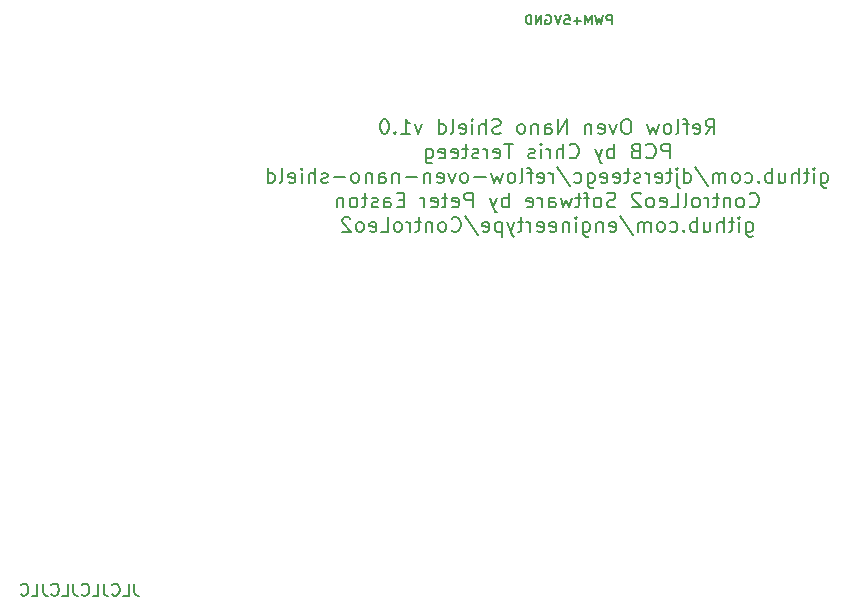
<source format=gbr>
%TF.GenerationSoftware,KiCad,Pcbnew,(5.1.9)-1*%
%TF.CreationDate,2022-04-17T16:33:26-05:00*%
%TF.ProjectId,reflow-oven-nano-shield,7265666c-6f77-42d6-9f76-656e2d6e616e,rev?*%
%TF.SameCoordinates,Original*%
%TF.FileFunction,Legend,Bot*%
%TF.FilePolarity,Positive*%
%FSLAX46Y46*%
G04 Gerber Fmt 4.6, Leading zero omitted, Abs format (unit mm)*
G04 Created by KiCad (PCBNEW (5.1.9)-1) date 2022-04-17 16:33:26*
%MOMM*%
%LPD*%
G01*
G04 APERTURE LIST*
%ADD10C,0.150000*%
%ADD11C,0.200000*%
G04 APERTURE END LIST*
D10*
X117649047Y-95210380D02*
X117649047Y-95924666D01*
X117696666Y-96067523D01*
X117791904Y-96162761D01*
X117934761Y-96210380D01*
X118030000Y-96210380D01*
X116696666Y-96210380D02*
X117172857Y-96210380D01*
X117172857Y-95210380D01*
X115791904Y-96115142D02*
X115839523Y-96162761D01*
X115982380Y-96210380D01*
X116077619Y-96210380D01*
X116220476Y-96162761D01*
X116315714Y-96067523D01*
X116363333Y-95972285D01*
X116410952Y-95781809D01*
X116410952Y-95638952D01*
X116363333Y-95448476D01*
X116315714Y-95353238D01*
X116220476Y-95258000D01*
X116077619Y-95210380D01*
X115982380Y-95210380D01*
X115839523Y-95258000D01*
X115791904Y-95305619D01*
X115077619Y-95210380D02*
X115077619Y-95924666D01*
X115125238Y-96067523D01*
X115220476Y-96162761D01*
X115363333Y-96210380D01*
X115458571Y-96210380D01*
X114125238Y-96210380D02*
X114601428Y-96210380D01*
X114601428Y-95210380D01*
X113220476Y-96115142D02*
X113268095Y-96162761D01*
X113410952Y-96210380D01*
X113506190Y-96210380D01*
X113649047Y-96162761D01*
X113744285Y-96067523D01*
X113791904Y-95972285D01*
X113839523Y-95781809D01*
X113839523Y-95638952D01*
X113791904Y-95448476D01*
X113744285Y-95353238D01*
X113649047Y-95258000D01*
X113506190Y-95210380D01*
X113410952Y-95210380D01*
X113268095Y-95258000D01*
X113220476Y-95305619D01*
X112506190Y-95210380D02*
X112506190Y-95924666D01*
X112553809Y-96067523D01*
X112649047Y-96162761D01*
X112791904Y-96210380D01*
X112887142Y-96210380D01*
X111553809Y-96210380D02*
X112030000Y-96210380D01*
X112030000Y-95210380D01*
X110649047Y-96115142D02*
X110696666Y-96162761D01*
X110839523Y-96210380D01*
X110934761Y-96210380D01*
X111077619Y-96162761D01*
X111172857Y-96067523D01*
X111220476Y-95972285D01*
X111268095Y-95781809D01*
X111268095Y-95638952D01*
X111220476Y-95448476D01*
X111172857Y-95353238D01*
X111077619Y-95258000D01*
X110934761Y-95210380D01*
X110839523Y-95210380D01*
X110696666Y-95258000D01*
X110649047Y-95305619D01*
X109934761Y-95210380D02*
X109934761Y-95924666D01*
X109982380Y-96067523D01*
X110077619Y-96162761D01*
X110220476Y-96210380D01*
X110315714Y-96210380D01*
X108982380Y-96210380D02*
X109458571Y-96210380D01*
X109458571Y-95210380D01*
X108077619Y-96115142D02*
X108125238Y-96162761D01*
X108268095Y-96210380D01*
X108363333Y-96210380D01*
X108506190Y-96162761D01*
X108601428Y-96067523D01*
X108649047Y-95972285D01*
X108696666Y-95781809D01*
X108696666Y-95638952D01*
X108649047Y-95448476D01*
X108601428Y-95353238D01*
X108506190Y-95258000D01*
X108363333Y-95210380D01*
X108268095Y-95210380D01*
X108125238Y-95258000D01*
X108077619Y-95305619D01*
D11*
X166046857Y-57121476D02*
X166463523Y-56526238D01*
X166761142Y-57121476D02*
X166761142Y-55871476D01*
X166284952Y-55871476D01*
X166165904Y-55931000D01*
X166106380Y-55990523D01*
X166046857Y-56109571D01*
X166046857Y-56288142D01*
X166106380Y-56407190D01*
X166165904Y-56466714D01*
X166284952Y-56526238D01*
X166761142Y-56526238D01*
X165034952Y-57061952D02*
X165154000Y-57121476D01*
X165392095Y-57121476D01*
X165511142Y-57061952D01*
X165570666Y-56942904D01*
X165570666Y-56466714D01*
X165511142Y-56347666D01*
X165392095Y-56288142D01*
X165154000Y-56288142D01*
X165034952Y-56347666D01*
X164975428Y-56466714D01*
X164975428Y-56585761D01*
X165570666Y-56704809D01*
X164618285Y-56288142D02*
X164142095Y-56288142D01*
X164439714Y-57121476D02*
X164439714Y-56050047D01*
X164380190Y-55931000D01*
X164261142Y-55871476D01*
X164142095Y-55871476D01*
X163546857Y-57121476D02*
X163665904Y-57061952D01*
X163725428Y-56942904D01*
X163725428Y-55871476D01*
X162892095Y-57121476D02*
X163011142Y-57061952D01*
X163070666Y-57002428D01*
X163130190Y-56883380D01*
X163130190Y-56526238D01*
X163070666Y-56407190D01*
X163011142Y-56347666D01*
X162892095Y-56288142D01*
X162713523Y-56288142D01*
X162594476Y-56347666D01*
X162534952Y-56407190D01*
X162475428Y-56526238D01*
X162475428Y-56883380D01*
X162534952Y-57002428D01*
X162594476Y-57061952D01*
X162713523Y-57121476D01*
X162892095Y-57121476D01*
X162058761Y-56288142D02*
X161820666Y-57121476D01*
X161582571Y-56526238D01*
X161344476Y-57121476D01*
X161106380Y-56288142D01*
X159439714Y-55871476D02*
X159201619Y-55871476D01*
X159082571Y-55931000D01*
X158963523Y-56050047D01*
X158904000Y-56288142D01*
X158904000Y-56704809D01*
X158963523Y-56942904D01*
X159082571Y-57061952D01*
X159201619Y-57121476D01*
X159439714Y-57121476D01*
X159558761Y-57061952D01*
X159677809Y-56942904D01*
X159737333Y-56704809D01*
X159737333Y-56288142D01*
X159677809Y-56050047D01*
X159558761Y-55931000D01*
X159439714Y-55871476D01*
X158487333Y-56288142D02*
X158189714Y-57121476D01*
X157892095Y-56288142D01*
X156939714Y-57061952D02*
X157058761Y-57121476D01*
X157296857Y-57121476D01*
X157415904Y-57061952D01*
X157475428Y-56942904D01*
X157475428Y-56466714D01*
X157415904Y-56347666D01*
X157296857Y-56288142D01*
X157058761Y-56288142D01*
X156939714Y-56347666D01*
X156880190Y-56466714D01*
X156880190Y-56585761D01*
X157475428Y-56704809D01*
X156344476Y-56288142D02*
X156344476Y-57121476D01*
X156344476Y-56407190D02*
X156284952Y-56347666D01*
X156165904Y-56288142D01*
X155987333Y-56288142D01*
X155868285Y-56347666D01*
X155808761Y-56466714D01*
X155808761Y-57121476D01*
X154261142Y-57121476D02*
X154261142Y-55871476D01*
X153546857Y-57121476D01*
X153546857Y-55871476D01*
X152415904Y-57121476D02*
X152415904Y-56466714D01*
X152475428Y-56347666D01*
X152594476Y-56288142D01*
X152832571Y-56288142D01*
X152951619Y-56347666D01*
X152415904Y-57061952D02*
X152534952Y-57121476D01*
X152832571Y-57121476D01*
X152951619Y-57061952D01*
X153011142Y-56942904D01*
X153011142Y-56823857D01*
X152951619Y-56704809D01*
X152832571Y-56645285D01*
X152534952Y-56645285D01*
X152415904Y-56585761D01*
X151820666Y-56288142D02*
X151820666Y-57121476D01*
X151820666Y-56407190D02*
X151761142Y-56347666D01*
X151642095Y-56288142D01*
X151463523Y-56288142D01*
X151344476Y-56347666D01*
X151284952Y-56466714D01*
X151284952Y-57121476D01*
X150511142Y-57121476D02*
X150630190Y-57061952D01*
X150689714Y-57002428D01*
X150749238Y-56883380D01*
X150749238Y-56526238D01*
X150689714Y-56407190D01*
X150630190Y-56347666D01*
X150511142Y-56288142D01*
X150332571Y-56288142D01*
X150213523Y-56347666D01*
X150154000Y-56407190D01*
X150094476Y-56526238D01*
X150094476Y-56883380D01*
X150154000Y-57002428D01*
X150213523Y-57061952D01*
X150332571Y-57121476D01*
X150511142Y-57121476D01*
X148665904Y-57061952D02*
X148487333Y-57121476D01*
X148189714Y-57121476D01*
X148070666Y-57061952D01*
X148011142Y-57002428D01*
X147951619Y-56883380D01*
X147951619Y-56764333D01*
X148011142Y-56645285D01*
X148070666Y-56585761D01*
X148189714Y-56526238D01*
X148427809Y-56466714D01*
X148546857Y-56407190D01*
X148606380Y-56347666D01*
X148665904Y-56228619D01*
X148665904Y-56109571D01*
X148606380Y-55990523D01*
X148546857Y-55931000D01*
X148427809Y-55871476D01*
X148130190Y-55871476D01*
X147951619Y-55931000D01*
X147415904Y-57121476D02*
X147415904Y-55871476D01*
X146880190Y-57121476D02*
X146880190Y-56466714D01*
X146939714Y-56347666D01*
X147058761Y-56288142D01*
X147237333Y-56288142D01*
X147356380Y-56347666D01*
X147415904Y-56407190D01*
X146284952Y-57121476D02*
X146284952Y-56288142D01*
X146284952Y-55871476D02*
X146344476Y-55931000D01*
X146284952Y-55990523D01*
X146225428Y-55931000D01*
X146284952Y-55871476D01*
X146284952Y-55990523D01*
X145213523Y-57061952D02*
X145332571Y-57121476D01*
X145570666Y-57121476D01*
X145689714Y-57061952D01*
X145749238Y-56942904D01*
X145749238Y-56466714D01*
X145689714Y-56347666D01*
X145570666Y-56288142D01*
X145332571Y-56288142D01*
X145213523Y-56347666D01*
X145154000Y-56466714D01*
X145154000Y-56585761D01*
X145749238Y-56704809D01*
X144439714Y-57121476D02*
X144558761Y-57061952D01*
X144618285Y-56942904D01*
X144618285Y-55871476D01*
X143427809Y-57121476D02*
X143427809Y-55871476D01*
X143427809Y-57061952D02*
X143546857Y-57121476D01*
X143784952Y-57121476D01*
X143904000Y-57061952D01*
X143963523Y-57002428D01*
X144023047Y-56883380D01*
X144023047Y-56526238D01*
X143963523Y-56407190D01*
X143904000Y-56347666D01*
X143784952Y-56288142D01*
X143546857Y-56288142D01*
X143427809Y-56347666D01*
X141999238Y-56288142D02*
X141701619Y-57121476D01*
X141404000Y-56288142D01*
X140273047Y-57121476D02*
X140987333Y-57121476D01*
X140630190Y-57121476D02*
X140630190Y-55871476D01*
X140749238Y-56050047D01*
X140868285Y-56169095D01*
X140987333Y-56228619D01*
X139737333Y-57002428D02*
X139677809Y-57061952D01*
X139737333Y-57121476D01*
X139796857Y-57061952D01*
X139737333Y-57002428D01*
X139737333Y-57121476D01*
X138904000Y-55871476D02*
X138784952Y-55871476D01*
X138665904Y-55931000D01*
X138606380Y-55990523D01*
X138546857Y-56109571D01*
X138487333Y-56347666D01*
X138487333Y-56645285D01*
X138546857Y-56883380D01*
X138606380Y-57002428D01*
X138665904Y-57061952D01*
X138784952Y-57121476D01*
X138904000Y-57121476D01*
X139023047Y-57061952D01*
X139082571Y-57002428D01*
X139142095Y-56883380D01*
X139201619Y-56645285D01*
X139201619Y-56347666D01*
X139142095Y-56109571D01*
X139082571Y-55990523D01*
X139023047Y-55931000D01*
X138904000Y-55871476D01*
X162981380Y-59196476D02*
X162981380Y-57946476D01*
X162505190Y-57946476D01*
X162386142Y-58006000D01*
X162326619Y-58065523D01*
X162267095Y-58184571D01*
X162267095Y-58363142D01*
X162326619Y-58482190D01*
X162386142Y-58541714D01*
X162505190Y-58601238D01*
X162981380Y-58601238D01*
X161017095Y-59077428D02*
X161076619Y-59136952D01*
X161255190Y-59196476D01*
X161374238Y-59196476D01*
X161552809Y-59136952D01*
X161671857Y-59017904D01*
X161731380Y-58898857D01*
X161790904Y-58660761D01*
X161790904Y-58482190D01*
X161731380Y-58244095D01*
X161671857Y-58125047D01*
X161552809Y-58006000D01*
X161374238Y-57946476D01*
X161255190Y-57946476D01*
X161076619Y-58006000D01*
X161017095Y-58065523D01*
X160064714Y-58541714D02*
X159886142Y-58601238D01*
X159826619Y-58660761D01*
X159767095Y-58779809D01*
X159767095Y-58958380D01*
X159826619Y-59077428D01*
X159886142Y-59136952D01*
X160005190Y-59196476D01*
X160481380Y-59196476D01*
X160481380Y-57946476D01*
X160064714Y-57946476D01*
X159945666Y-58006000D01*
X159886142Y-58065523D01*
X159826619Y-58184571D01*
X159826619Y-58303619D01*
X159886142Y-58422666D01*
X159945666Y-58482190D01*
X160064714Y-58541714D01*
X160481380Y-58541714D01*
X158279000Y-59196476D02*
X158279000Y-57946476D01*
X158279000Y-58422666D02*
X158159952Y-58363142D01*
X157921857Y-58363142D01*
X157802809Y-58422666D01*
X157743285Y-58482190D01*
X157683761Y-58601238D01*
X157683761Y-58958380D01*
X157743285Y-59077428D01*
X157802809Y-59136952D01*
X157921857Y-59196476D01*
X158159952Y-59196476D01*
X158279000Y-59136952D01*
X157267095Y-58363142D02*
X156969476Y-59196476D01*
X156671857Y-58363142D02*
X156969476Y-59196476D01*
X157088523Y-59494095D01*
X157148047Y-59553619D01*
X157267095Y-59613142D01*
X154529000Y-59077428D02*
X154588523Y-59136952D01*
X154767095Y-59196476D01*
X154886142Y-59196476D01*
X155064714Y-59136952D01*
X155183761Y-59017904D01*
X155243285Y-58898857D01*
X155302809Y-58660761D01*
X155302809Y-58482190D01*
X155243285Y-58244095D01*
X155183761Y-58125047D01*
X155064714Y-58006000D01*
X154886142Y-57946476D01*
X154767095Y-57946476D01*
X154588523Y-58006000D01*
X154529000Y-58065523D01*
X153993285Y-59196476D02*
X153993285Y-57946476D01*
X153457571Y-59196476D02*
X153457571Y-58541714D01*
X153517095Y-58422666D01*
X153636142Y-58363142D01*
X153814714Y-58363142D01*
X153933761Y-58422666D01*
X153993285Y-58482190D01*
X152862333Y-59196476D02*
X152862333Y-58363142D01*
X152862333Y-58601238D02*
X152802809Y-58482190D01*
X152743285Y-58422666D01*
X152624238Y-58363142D01*
X152505190Y-58363142D01*
X152088523Y-59196476D02*
X152088523Y-58363142D01*
X152088523Y-57946476D02*
X152148047Y-58006000D01*
X152088523Y-58065523D01*
X152029000Y-58006000D01*
X152088523Y-57946476D01*
X152088523Y-58065523D01*
X151552809Y-59136952D02*
X151433761Y-59196476D01*
X151195666Y-59196476D01*
X151076619Y-59136952D01*
X151017095Y-59017904D01*
X151017095Y-58958380D01*
X151076619Y-58839333D01*
X151195666Y-58779809D01*
X151374238Y-58779809D01*
X151493285Y-58720285D01*
X151552809Y-58601238D01*
X151552809Y-58541714D01*
X151493285Y-58422666D01*
X151374238Y-58363142D01*
X151195666Y-58363142D01*
X151076619Y-58422666D01*
X149707571Y-57946476D02*
X148993285Y-57946476D01*
X149350428Y-59196476D02*
X149350428Y-57946476D01*
X148100428Y-59136952D02*
X148219476Y-59196476D01*
X148457571Y-59196476D01*
X148576619Y-59136952D01*
X148636142Y-59017904D01*
X148636142Y-58541714D01*
X148576619Y-58422666D01*
X148457571Y-58363142D01*
X148219476Y-58363142D01*
X148100428Y-58422666D01*
X148040904Y-58541714D01*
X148040904Y-58660761D01*
X148636142Y-58779809D01*
X147505190Y-59196476D02*
X147505190Y-58363142D01*
X147505190Y-58601238D02*
X147445666Y-58482190D01*
X147386142Y-58422666D01*
X147267095Y-58363142D01*
X147148047Y-58363142D01*
X146790904Y-59136952D02*
X146671857Y-59196476D01*
X146433761Y-59196476D01*
X146314714Y-59136952D01*
X146255190Y-59017904D01*
X146255190Y-58958380D01*
X146314714Y-58839333D01*
X146433761Y-58779809D01*
X146612333Y-58779809D01*
X146731380Y-58720285D01*
X146790904Y-58601238D01*
X146790904Y-58541714D01*
X146731380Y-58422666D01*
X146612333Y-58363142D01*
X146433761Y-58363142D01*
X146314714Y-58422666D01*
X145898047Y-58363142D02*
X145421857Y-58363142D01*
X145719476Y-57946476D02*
X145719476Y-59017904D01*
X145659952Y-59136952D01*
X145540904Y-59196476D01*
X145421857Y-59196476D01*
X144529000Y-59136952D02*
X144648047Y-59196476D01*
X144886142Y-59196476D01*
X145005190Y-59136952D01*
X145064714Y-59017904D01*
X145064714Y-58541714D01*
X145005190Y-58422666D01*
X144886142Y-58363142D01*
X144648047Y-58363142D01*
X144529000Y-58422666D01*
X144469476Y-58541714D01*
X144469476Y-58660761D01*
X145064714Y-58779809D01*
X143457571Y-59136952D02*
X143576619Y-59196476D01*
X143814714Y-59196476D01*
X143933761Y-59136952D01*
X143993285Y-59017904D01*
X143993285Y-58541714D01*
X143933761Y-58422666D01*
X143814714Y-58363142D01*
X143576619Y-58363142D01*
X143457571Y-58422666D01*
X143398047Y-58541714D01*
X143398047Y-58660761D01*
X143993285Y-58779809D01*
X142326619Y-58363142D02*
X142326619Y-59375047D01*
X142386142Y-59494095D01*
X142445666Y-59553619D01*
X142564714Y-59613142D01*
X142743285Y-59613142D01*
X142862333Y-59553619D01*
X142326619Y-59136952D02*
X142445666Y-59196476D01*
X142683761Y-59196476D01*
X142802809Y-59136952D01*
X142862333Y-59077428D01*
X142921857Y-58958380D01*
X142921857Y-58601238D01*
X142862333Y-58482190D01*
X142802809Y-58422666D01*
X142683761Y-58363142D01*
X142445666Y-58363142D01*
X142326619Y-58422666D01*
X175808761Y-60438142D02*
X175808761Y-61450047D01*
X175868285Y-61569095D01*
X175927809Y-61628619D01*
X176046857Y-61688142D01*
X176225428Y-61688142D01*
X176344476Y-61628619D01*
X175808761Y-61211952D02*
X175927809Y-61271476D01*
X176165904Y-61271476D01*
X176284952Y-61211952D01*
X176344476Y-61152428D01*
X176404000Y-61033380D01*
X176404000Y-60676238D01*
X176344476Y-60557190D01*
X176284952Y-60497666D01*
X176165904Y-60438142D01*
X175927809Y-60438142D01*
X175808761Y-60497666D01*
X175213523Y-61271476D02*
X175213523Y-60438142D01*
X175213523Y-60021476D02*
X175273047Y-60081000D01*
X175213523Y-60140523D01*
X175154000Y-60081000D01*
X175213523Y-60021476D01*
X175213523Y-60140523D01*
X174796857Y-60438142D02*
X174320666Y-60438142D01*
X174618285Y-60021476D02*
X174618285Y-61092904D01*
X174558761Y-61211952D01*
X174439714Y-61271476D01*
X174320666Y-61271476D01*
X173904000Y-61271476D02*
X173904000Y-60021476D01*
X173368285Y-61271476D02*
X173368285Y-60616714D01*
X173427809Y-60497666D01*
X173546857Y-60438142D01*
X173725428Y-60438142D01*
X173844476Y-60497666D01*
X173904000Y-60557190D01*
X172237333Y-60438142D02*
X172237333Y-61271476D01*
X172773047Y-60438142D02*
X172773047Y-61092904D01*
X172713523Y-61211952D01*
X172594476Y-61271476D01*
X172415904Y-61271476D01*
X172296857Y-61211952D01*
X172237333Y-61152428D01*
X171642095Y-61271476D02*
X171642095Y-60021476D01*
X171642095Y-60497666D02*
X171523047Y-60438142D01*
X171284952Y-60438142D01*
X171165904Y-60497666D01*
X171106380Y-60557190D01*
X171046857Y-60676238D01*
X171046857Y-61033380D01*
X171106380Y-61152428D01*
X171165904Y-61211952D01*
X171284952Y-61271476D01*
X171523047Y-61271476D01*
X171642095Y-61211952D01*
X170511142Y-61152428D02*
X170451619Y-61211952D01*
X170511142Y-61271476D01*
X170570666Y-61211952D01*
X170511142Y-61152428D01*
X170511142Y-61271476D01*
X169380190Y-61211952D02*
X169499238Y-61271476D01*
X169737333Y-61271476D01*
X169856380Y-61211952D01*
X169915904Y-61152428D01*
X169975428Y-61033380D01*
X169975428Y-60676238D01*
X169915904Y-60557190D01*
X169856380Y-60497666D01*
X169737333Y-60438142D01*
X169499238Y-60438142D01*
X169380190Y-60497666D01*
X168665904Y-61271476D02*
X168784952Y-61211952D01*
X168844476Y-61152428D01*
X168904000Y-61033380D01*
X168904000Y-60676238D01*
X168844476Y-60557190D01*
X168784952Y-60497666D01*
X168665904Y-60438142D01*
X168487333Y-60438142D01*
X168368285Y-60497666D01*
X168308761Y-60557190D01*
X168249238Y-60676238D01*
X168249238Y-61033380D01*
X168308761Y-61152428D01*
X168368285Y-61211952D01*
X168487333Y-61271476D01*
X168665904Y-61271476D01*
X167713523Y-61271476D02*
X167713523Y-60438142D01*
X167713523Y-60557190D02*
X167654000Y-60497666D01*
X167534952Y-60438142D01*
X167356380Y-60438142D01*
X167237333Y-60497666D01*
X167177809Y-60616714D01*
X167177809Y-61271476D01*
X167177809Y-60616714D02*
X167118285Y-60497666D01*
X166999238Y-60438142D01*
X166820666Y-60438142D01*
X166701619Y-60497666D01*
X166642095Y-60616714D01*
X166642095Y-61271476D01*
X165154000Y-59961952D02*
X166225428Y-61569095D01*
X164201619Y-61271476D02*
X164201619Y-60021476D01*
X164201619Y-61211952D02*
X164320666Y-61271476D01*
X164558761Y-61271476D01*
X164677809Y-61211952D01*
X164737333Y-61152428D01*
X164796857Y-61033380D01*
X164796857Y-60676238D01*
X164737333Y-60557190D01*
X164677809Y-60497666D01*
X164558761Y-60438142D01*
X164320666Y-60438142D01*
X164201619Y-60497666D01*
X163606380Y-60438142D02*
X163606380Y-61509571D01*
X163665904Y-61628619D01*
X163784952Y-61688142D01*
X163844476Y-61688142D01*
X163606380Y-60021476D02*
X163665904Y-60081000D01*
X163606380Y-60140523D01*
X163546857Y-60081000D01*
X163606380Y-60021476D01*
X163606380Y-60140523D01*
X163189714Y-60438142D02*
X162713523Y-60438142D01*
X163011142Y-60021476D02*
X163011142Y-61092904D01*
X162951619Y-61211952D01*
X162832571Y-61271476D01*
X162713523Y-61271476D01*
X161820666Y-61211952D02*
X161939714Y-61271476D01*
X162177809Y-61271476D01*
X162296857Y-61211952D01*
X162356380Y-61092904D01*
X162356380Y-60616714D01*
X162296857Y-60497666D01*
X162177809Y-60438142D01*
X161939714Y-60438142D01*
X161820666Y-60497666D01*
X161761142Y-60616714D01*
X161761142Y-60735761D01*
X162356380Y-60854809D01*
X161225428Y-61271476D02*
X161225428Y-60438142D01*
X161225428Y-60676238D02*
X161165904Y-60557190D01*
X161106380Y-60497666D01*
X160987333Y-60438142D01*
X160868285Y-60438142D01*
X160511142Y-61211952D02*
X160392095Y-61271476D01*
X160154000Y-61271476D01*
X160034952Y-61211952D01*
X159975428Y-61092904D01*
X159975428Y-61033380D01*
X160034952Y-60914333D01*
X160154000Y-60854809D01*
X160332571Y-60854809D01*
X160451619Y-60795285D01*
X160511142Y-60676238D01*
X160511142Y-60616714D01*
X160451619Y-60497666D01*
X160332571Y-60438142D01*
X160154000Y-60438142D01*
X160034952Y-60497666D01*
X159618285Y-60438142D02*
X159142095Y-60438142D01*
X159439714Y-60021476D02*
X159439714Y-61092904D01*
X159380190Y-61211952D01*
X159261142Y-61271476D01*
X159142095Y-61271476D01*
X158249238Y-61211952D02*
X158368285Y-61271476D01*
X158606380Y-61271476D01*
X158725428Y-61211952D01*
X158784952Y-61092904D01*
X158784952Y-60616714D01*
X158725428Y-60497666D01*
X158606380Y-60438142D01*
X158368285Y-60438142D01*
X158249238Y-60497666D01*
X158189714Y-60616714D01*
X158189714Y-60735761D01*
X158784952Y-60854809D01*
X157177809Y-61211952D02*
X157296857Y-61271476D01*
X157534952Y-61271476D01*
X157654000Y-61211952D01*
X157713523Y-61092904D01*
X157713523Y-60616714D01*
X157654000Y-60497666D01*
X157534952Y-60438142D01*
X157296857Y-60438142D01*
X157177809Y-60497666D01*
X157118285Y-60616714D01*
X157118285Y-60735761D01*
X157713523Y-60854809D01*
X156046857Y-60438142D02*
X156046857Y-61450047D01*
X156106380Y-61569095D01*
X156165904Y-61628619D01*
X156284952Y-61688142D01*
X156463523Y-61688142D01*
X156582571Y-61628619D01*
X156046857Y-61211952D02*
X156165904Y-61271476D01*
X156404000Y-61271476D01*
X156523047Y-61211952D01*
X156582571Y-61152428D01*
X156642095Y-61033380D01*
X156642095Y-60676238D01*
X156582571Y-60557190D01*
X156523047Y-60497666D01*
X156404000Y-60438142D01*
X156165904Y-60438142D01*
X156046857Y-60497666D01*
X154915904Y-61211952D02*
X155034952Y-61271476D01*
X155273047Y-61271476D01*
X155392095Y-61211952D01*
X155451619Y-61152428D01*
X155511142Y-61033380D01*
X155511142Y-60676238D01*
X155451619Y-60557190D01*
X155392095Y-60497666D01*
X155273047Y-60438142D01*
X155034952Y-60438142D01*
X154915904Y-60497666D01*
X153487333Y-59961952D02*
X154558761Y-61569095D01*
X153070666Y-61271476D02*
X153070666Y-60438142D01*
X153070666Y-60676238D02*
X153011142Y-60557190D01*
X152951619Y-60497666D01*
X152832571Y-60438142D01*
X152713523Y-60438142D01*
X151820666Y-61211952D02*
X151939714Y-61271476D01*
X152177809Y-61271476D01*
X152296857Y-61211952D01*
X152356380Y-61092904D01*
X152356380Y-60616714D01*
X152296857Y-60497666D01*
X152177809Y-60438142D01*
X151939714Y-60438142D01*
X151820666Y-60497666D01*
X151761142Y-60616714D01*
X151761142Y-60735761D01*
X152356380Y-60854809D01*
X151404000Y-60438142D02*
X150927809Y-60438142D01*
X151225428Y-61271476D02*
X151225428Y-60200047D01*
X151165904Y-60081000D01*
X151046857Y-60021476D01*
X150927809Y-60021476D01*
X150332571Y-61271476D02*
X150451619Y-61211952D01*
X150511142Y-61092904D01*
X150511142Y-60021476D01*
X149677809Y-61271476D02*
X149796857Y-61211952D01*
X149856380Y-61152428D01*
X149915904Y-61033380D01*
X149915904Y-60676238D01*
X149856380Y-60557190D01*
X149796857Y-60497666D01*
X149677809Y-60438142D01*
X149499238Y-60438142D01*
X149380190Y-60497666D01*
X149320666Y-60557190D01*
X149261142Y-60676238D01*
X149261142Y-61033380D01*
X149320666Y-61152428D01*
X149380190Y-61211952D01*
X149499238Y-61271476D01*
X149677809Y-61271476D01*
X148844476Y-60438142D02*
X148606380Y-61271476D01*
X148368285Y-60676238D01*
X148130190Y-61271476D01*
X147892095Y-60438142D01*
X147415904Y-60795285D02*
X146463523Y-60795285D01*
X145689714Y-61271476D02*
X145808761Y-61211952D01*
X145868285Y-61152428D01*
X145927809Y-61033380D01*
X145927809Y-60676238D01*
X145868285Y-60557190D01*
X145808761Y-60497666D01*
X145689714Y-60438142D01*
X145511142Y-60438142D01*
X145392095Y-60497666D01*
X145332571Y-60557190D01*
X145273047Y-60676238D01*
X145273047Y-61033380D01*
X145332571Y-61152428D01*
X145392095Y-61211952D01*
X145511142Y-61271476D01*
X145689714Y-61271476D01*
X144856380Y-60438142D02*
X144558761Y-61271476D01*
X144261142Y-60438142D01*
X143308761Y-61211952D02*
X143427809Y-61271476D01*
X143665904Y-61271476D01*
X143784952Y-61211952D01*
X143844476Y-61092904D01*
X143844476Y-60616714D01*
X143784952Y-60497666D01*
X143665904Y-60438142D01*
X143427809Y-60438142D01*
X143308761Y-60497666D01*
X143249238Y-60616714D01*
X143249238Y-60735761D01*
X143844476Y-60854809D01*
X142713523Y-60438142D02*
X142713523Y-61271476D01*
X142713523Y-60557190D02*
X142654000Y-60497666D01*
X142534952Y-60438142D01*
X142356380Y-60438142D01*
X142237333Y-60497666D01*
X142177809Y-60616714D01*
X142177809Y-61271476D01*
X141582571Y-60795285D02*
X140630190Y-60795285D01*
X140034952Y-60438142D02*
X140034952Y-61271476D01*
X140034952Y-60557190D02*
X139975428Y-60497666D01*
X139856380Y-60438142D01*
X139677809Y-60438142D01*
X139558761Y-60497666D01*
X139499238Y-60616714D01*
X139499238Y-61271476D01*
X138368285Y-61271476D02*
X138368285Y-60616714D01*
X138427809Y-60497666D01*
X138546857Y-60438142D01*
X138784952Y-60438142D01*
X138904000Y-60497666D01*
X138368285Y-61211952D02*
X138487333Y-61271476D01*
X138784952Y-61271476D01*
X138904000Y-61211952D01*
X138963523Y-61092904D01*
X138963523Y-60973857D01*
X138904000Y-60854809D01*
X138784952Y-60795285D01*
X138487333Y-60795285D01*
X138368285Y-60735761D01*
X137773047Y-60438142D02*
X137773047Y-61271476D01*
X137773047Y-60557190D02*
X137713523Y-60497666D01*
X137594476Y-60438142D01*
X137415904Y-60438142D01*
X137296857Y-60497666D01*
X137237333Y-60616714D01*
X137237333Y-61271476D01*
X136463523Y-61271476D02*
X136582571Y-61211952D01*
X136642095Y-61152428D01*
X136701619Y-61033380D01*
X136701619Y-60676238D01*
X136642095Y-60557190D01*
X136582571Y-60497666D01*
X136463523Y-60438142D01*
X136284952Y-60438142D01*
X136165904Y-60497666D01*
X136106380Y-60557190D01*
X136046857Y-60676238D01*
X136046857Y-61033380D01*
X136106380Y-61152428D01*
X136165904Y-61211952D01*
X136284952Y-61271476D01*
X136463523Y-61271476D01*
X135511142Y-60795285D02*
X134558761Y-60795285D01*
X134023047Y-61211952D02*
X133904000Y-61271476D01*
X133665904Y-61271476D01*
X133546857Y-61211952D01*
X133487333Y-61092904D01*
X133487333Y-61033380D01*
X133546857Y-60914333D01*
X133665904Y-60854809D01*
X133844476Y-60854809D01*
X133963523Y-60795285D01*
X134023047Y-60676238D01*
X134023047Y-60616714D01*
X133963523Y-60497666D01*
X133844476Y-60438142D01*
X133665904Y-60438142D01*
X133546857Y-60497666D01*
X132951619Y-61271476D02*
X132951619Y-60021476D01*
X132415904Y-61271476D02*
X132415904Y-60616714D01*
X132475428Y-60497666D01*
X132594476Y-60438142D01*
X132773047Y-60438142D01*
X132892095Y-60497666D01*
X132951619Y-60557190D01*
X131820666Y-61271476D02*
X131820666Y-60438142D01*
X131820666Y-60021476D02*
X131880190Y-60081000D01*
X131820666Y-60140523D01*
X131761142Y-60081000D01*
X131820666Y-60021476D01*
X131820666Y-60140523D01*
X130749238Y-61211952D02*
X130868285Y-61271476D01*
X131106380Y-61271476D01*
X131225428Y-61211952D01*
X131284952Y-61092904D01*
X131284952Y-60616714D01*
X131225428Y-60497666D01*
X131106380Y-60438142D01*
X130868285Y-60438142D01*
X130749238Y-60497666D01*
X130689714Y-60616714D01*
X130689714Y-60735761D01*
X131284952Y-60854809D01*
X129975428Y-61271476D02*
X130094476Y-61211952D01*
X130154000Y-61092904D01*
X130154000Y-60021476D01*
X128963523Y-61271476D02*
X128963523Y-60021476D01*
X128963523Y-61211952D02*
X129082571Y-61271476D01*
X129320666Y-61271476D01*
X129439714Y-61211952D01*
X129499238Y-61152428D01*
X129558761Y-61033380D01*
X129558761Y-60676238D01*
X129499238Y-60557190D01*
X129439714Y-60497666D01*
X129320666Y-60438142D01*
X129082571Y-60438142D01*
X128963523Y-60497666D01*
X169767095Y-63227428D02*
X169826619Y-63286952D01*
X170005190Y-63346476D01*
X170124238Y-63346476D01*
X170302809Y-63286952D01*
X170421857Y-63167904D01*
X170481380Y-63048857D01*
X170540904Y-62810761D01*
X170540904Y-62632190D01*
X170481380Y-62394095D01*
X170421857Y-62275047D01*
X170302809Y-62156000D01*
X170124238Y-62096476D01*
X170005190Y-62096476D01*
X169826619Y-62156000D01*
X169767095Y-62215523D01*
X169052809Y-63346476D02*
X169171857Y-63286952D01*
X169231380Y-63227428D01*
X169290904Y-63108380D01*
X169290904Y-62751238D01*
X169231380Y-62632190D01*
X169171857Y-62572666D01*
X169052809Y-62513142D01*
X168874238Y-62513142D01*
X168755190Y-62572666D01*
X168695666Y-62632190D01*
X168636142Y-62751238D01*
X168636142Y-63108380D01*
X168695666Y-63227428D01*
X168755190Y-63286952D01*
X168874238Y-63346476D01*
X169052809Y-63346476D01*
X168100428Y-62513142D02*
X168100428Y-63346476D01*
X168100428Y-62632190D02*
X168040904Y-62572666D01*
X167921857Y-62513142D01*
X167743285Y-62513142D01*
X167624238Y-62572666D01*
X167564714Y-62691714D01*
X167564714Y-63346476D01*
X167148047Y-62513142D02*
X166671857Y-62513142D01*
X166969476Y-62096476D02*
X166969476Y-63167904D01*
X166909952Y-63286952D01*
X166790904Y-63346476D01*
X166671857Y-63346476D01*
X166255190Y-63346476D02*
X166255190Y-62513142D01*
X166255190Y-62751238D02*
X166195666Y-62632190D01*
X166136142Y-62572666D01*
X166017095Y-62513142D01*
X165898047Y-62513142D01*
X165302809Y-63346476D02*
X165421857Y-63286952D01*
X165481380Y-63227428D01*
X165540904Y-63108380D01*
X165540904Y-62751238D01*
X165481380Y-62632190D01*
X165421857Y-62572666D01*
X165302809Y-62513142D01*
X165124238Y-62513142D01*
X165005190Y-62572666D01*
X164945666Y-62632190D01*
X164886142Y-62751238D01*
X164886142Y-63108380D01*
X164945666Y-63227428D01*
X165005190Y-63286952D01*
X165124238Y-63346476D01*
X165302809Y-63346476D01*
X164171857Y-63346476D02*
X164290904Y-63286952D01*
X164350428Y-63167904D01*
X164350428Y-62096476D01*
X163100428Y-63346476D02*
X163695666Y-63346476D01*
X163695666Y-62096476D01*
X162207571Y-63286952D02*
X162326619Y-63346476D01*
X162564714Y-63346476D01*
X162683761Y-63286952D01*
X162743285Y-63167904D01*
X162743285Y-62691714D01*
X162683761Y-62572666D01*
X162564714Y-62513142D01*
X162326619Y-62513142D01*
X162207571Y-62572666D01*
X162148047Y-62691714D01*
X162148047Y-62810761D01*
X162743285Y-62929809D01*
X161433761Y-63346476D02*
X161552809Y-63286952D01*
X161612333Y-63227428D01*
X161671857Y-63108380D01*
X161671857Y-62751238D01*
X161612333Y-62632190D01*
X161552809Y-62572666D01*
X161433761Y-62513142D01*
X161255190Y-62513142D01*
X161136142Y-62572666D01*
X161076619Y-62632190D01*
X161017095Y-62751238D01*
X161017095Y-63108380D01*
X161076619Y-63227428D01*
X161136142Y-63286952D01*
X161255190Y-63346476D01*
X161433761Y-63346476D01*
X160540904Y-62215523D02*
X160481380Y-62156000D01*
X160362333Y-62096476D01*
X160064714Y-62096476D01*
X159945666Y-62156000D01*
X159886142Y-62215523D01*
X159826619Y-62334571D01*
X159826619Y-62453619D01*
X159886142Y-62632190D01*
X160600428Y-63346476D01*
X159826619Y-63346476D01*
X158398047Y-63286952D02*
X158219476Y-63346476D01*
X157921857Y-63346476D01*
X157802809Y-63286952D01*
X157743285Y-63227428D01*
X157683761Y-63108380D01*
X157683761Y-62989333D01*
X157743285Y-62870285D01*
X157802809Y-62810761D01*
X157921857Y-62751238D01*
X158159952Y-62691714D01*
X158279000Y-62632190D01*
X158338523Y-62572666D01*
X158398047Y-62453619D01*
X158398047Y-62334571D01*
X158338523Y-62215523D01*
X158279000Y-62156000D01*
X158159952Y-62096476D01*
X157862333Y-62096476D01*
X157683761Y-62156000D01*
X156969476Y-63346476D02*
X157088523Y-63286952D01*
X157148047Y-63227428D01*
X157207571Y-63108380D01*
X157207571Y-62751238D01*
X157148047Y-62632190D01*
X157088523Y-62572666D01*
X156969476Y-62513142D01*
X156790904Y-62513142D01*
X156671857Y-62572666D01*
X156612333Y-62632190D01*
X156552809Y-62751238D01*
X156552809Y-63108380D01*
X156612333Y-63227428D01*
X156671857Y-63286952D01*
X156790904Y-63346476D01*
X156969476Y-63346476D01*
X156195666Y-62513142D02*
X155719476Y-62513142D01*
X156017095Y-63346476D02*
X156017095Y-62275047D01*
X155957571Y-62156000D01*
X155838523Y-62096476D01*
X155719476Y-62096476D01*
X155481380Y-62513142D02*
X155005190Y-62513142D01*
X155302809Y-62096476D02*
X155302809Y-63167904D01*
X155243285Y-63286952D01*
X155124238Y-63346476D01*
X155005190Y-63346476D01*
X154707571Y-62513142D02*
X154469476Y-63346476D01*
X154231380Y-62751238D01*
X153993285Y-63346476D01*
X153755190Y-62513142D01*
X152743285Y-63346476D02*
X152743285Y-62691714D01*
X152802809Y-62572666D01*
X152921857Y-62513142D01*
X153159952Y-62513142D01*
X153279000Y-62572666D01*
X152743285Y-63286952D02*
X152862333Y-63346476D01*
X153159952Y-63346476D01*
X153279000Y-63286952D01*
X153338523Y-63167904D01*
X153338523Y-63048857D01*
X153279000Y-62929809D01*
X153159952Y-62870285D01*
X152862333Y-62870285D01*
X152743285Y-62810761D01*
X152148047Y-63346476D02*
X152148047Y-62513142D01*
X152148047Y-62751238D02*
X152088523Y-62632190D01*
X152029000Y-62572666D01*
X151909952Y-62513142D01*
X151790904Y-62513142D01*
X150898047Y-63286952D02*
X151017095Y-63346476D01*
X151255190Y-63346476D01*
X151374238Y-63286952D01*
X151433761Y-63167904D01*
X151433761Y-62691714D01*
X151374238Y-62572666D01*
X151255190Y-62513142D01*
X151017095Y-62513142D01*
X150898047Y-62572666D01*
X150838523Y-62691714D01*
X150838523Y-62810761D01*
X151433761Y-62929809D01*
X149350428Y-63346476D02*
X149350428Y-62096476D01*
X149350428Y-62572666D02*
X149231380Y-62513142D01*
X148993285Y-62513142D01*
X148874238Y-62572666D01*
X148814714Y-62632190D01*
X148755190Y-62751238D01*
X148755190Y-63108380D01*
X148814714Y-63227428D01*
X148874238Y-63286952D01*
X148993285Y-63346476D01*
X149231380Y-63346476D01*
X149350428Y-63286952D01*
X148338523Y-62513142D02*
X148040904Y-63346476D01*
X147743285Y-62513142D02*
X148040904Y-63346476D01*
X148159952Y-63644095D01*
X148219476Y-63703619D01*
X148338523Y-63763142D01*
X146314714Y-63346476D02*
X146314714Y-62096476D01*
X145838523Y-62096476D01*
X145719476Y-62156000D01*
X145659952Y-62215523D01*
X145600428Y-62334571D01*
X145600428Y-62513142D01*
X145659952Y-62632190D01*
X145719476Y-62691714D01*
X145838523Y-62751238D01*
X146314714Y-62751238D01*
X144588523Y-63286952D02*
X144707571Y-63346476D01*
X144945666Y-63346476D01*
X145064714Y-63286952D01*
X145124238Y-63167904D01*
X145124238Y-62691714D01*
X145064714Y-62572666D01*
X144945666Y-62513142D01*
X144707571Y-62513142D01*
X144588523Y-62572666D01*
X144529000Y-62691714D01*
X144529000Y-62810761D01*
X145124238Y-62929809D01*
X144171857Y-62513142D02*
X143695666Y-62513142D01*
X143993285Y-62096476D02*
X143993285Y-63167904D01*
X143933761Y-63286952D01*
X143814714Y-63346476D01*
X143695666Y-63346476D01*
X142802809Y-63286952D02*
X142921857Y-63346476D01*
X143159952Y-63346476D01*
X143279000Y-63286952D01*
X143338523Y-63167904D01*
X143338523Y-62691714D01*
X143279000Y-62572666D01*
X143159952Y-62513142D01*
X142921857Y-62513142D01*
X142802809Y-62572666D01*
X142743285Y-62691714D01*
X142743285Y-62810761D01*
X143338523Y-62929809D01*
X142207571Y-63346476D02*
X142207571Y-62513142D01*
X142207571Y-62751238D02*
X142148047Y-62632190D01*
X142088523Y-62572666D01*
X141969476Y-62513142D01*
X141850428Y-62513142D01*
X140481380Y-62691714D02*
X140064714Y-62691714D01*
X139886142Y-63346476D02*
X140481380Y-63346476D01*
X140481380Y-62096476D01*
X139886142Y-62096476D01*
X138814714Y-63346476D02*
X138814714Y-62691714D01*
X138874238Y-62572666D01*
X138993285Y-62513142D01*
X139231380Y-62513142D01*
X139350428Y-62572666D01*
X138814714Y-63286952D02*
X138933761Y-63346476D01*
X139231380Y-63346476D01*
X139350428Y-63286952D01*
X139409952Y-63167904D01*
X139409952Y-63048857D01*
X139350428Y-62929809D01*
X139231380Y-62870285D01*
X138933761Y-62870285D01*
X138814714Y-62810761D01*
X138279000Y-63286952D02*
X138159952Y-63346476D01*
X137921857Y-63346476D01*
X137802809Y-63286952D01*
X137743285Y-63167904D01*
X137743285Y-63108380D01*
X137802809Y-62989333D01*
X137921857Y-62929809D01*
X138100428Y-62929809D01*
X138219476Y-62870285D01*
X138279000Y-62751238D01*
X138279000Y-62691714D01*
X138219476Y-62572666D01*
X138100428Y-62513142D01*
X137921857Y-62513142D01*
X137802809Y-62572666D01*
X137386142Y-62513142D02*
X136909952Y-62513142D01*
X137207571Y-62096476D02*
X137207571Y-63167904D01*
X137148047Y-63286952D01*
X137029000Y-63346476D01*
X136909952Y-63346476D01*
X136314714Y-63346476D02*
X136433761Y-63286952D01*
X136493285Y-63227428D01*
X136552809Y-63108380D01*
X136552809Y-62751238D01*
X136493285Y-62632190D01*
X136433761Y-62572666D01*
X136314714Y-62513142D01*
X136136142Y-62513142D01*
X136017095Y-62572666D01*
X135957571Y-62632190D01*
X135898047Y-62751238D01*
X135898047Y-63108380D01*
X135957571Y-63227428D01*
X136017095Y-63286952D01*
X136136142Y-63346476D01*
X136314714Y-63346476D01*
X135362333Y-62513142D02*
X135362333Y-63346476D01*
X135362333Y-62632190D02*
X135302809Y-62572666D01*
X135183761Y-62513142D01*
X135005190Y-62513142D01*
X134886142Y-62572666D01*
X134826619Y-62691714D01*
X134826619Y-63346476D01*
X169469476Y-64588142D02*
X169469476Y-65600047D01*
X169529000Y-65719095D01*
X169588523Y-65778619D01*
X169707571Y-65838142D01*
X169886142Y-65838142D01*
X170005190Y-65778619D01*
X169469476Y-65361952D02*
X169588523Y-65421476D01*
X169826619Y-65421476D01*
X169945666Y-65361952D01*
X170005190Y-65302428D01*
X170064714Y-65183380D01*
X170064714Y-64826238D01*
X170005190Y-64707190D01*
X169945666Y-64647666D01*
X169826619Y-64588142D01*
X169588523Y-64588142D01*
X169469476Y-64647666D01*
X168874238Y-65421476D02*
X168874238Y-64588142D01*
X168874238Y-64171476D02*
X168933761Y-64231000D01*
X168874238Y-64290523D01*
X168814714Y-64231000D01*
X168874238Y-64171476D01*
X168874238Y-64290523D01*
X168457571Y-64588142D02*
X167981380Y-64588142D01*
X168279000Y-64171476D02*
X168279000Y-65242904D01*
X168219476Y-65361952D01*
X168100428Y-65421476D01*
X167981380Y-65421476D01*
X167564714Y-65421476D02*
X167564714Y-64171476D01*
X167029000Y-65421476D02*
X167029000Y-64766714D01*
X167088523Y-64647666D01*
X167207571Y-64588142D01*
X167386142Y-64588142D01*
X167505190Y-64647666D01*
X167564714Y-64707190D01*
X165898047Y-64588142D02*
X165898047Y-65421476D01*
X166433761Y-64588142D02*
X166433761Y-65242904D01*
X166374238Y-65361952D01*
X166255190Y-65421476D01*
X166076619Y-65421476D01*
X165957571Y-65361952D01*
X165898047Y-65302428D01*
X165302809Y-65421476D02*
X165302809Y-64171476D01*
X165302809Y-64647666D02*
X165183761Y-64588142D01*
X164945666Y-64588142D01*
X164826619Y-64647666D01*
X164767095Y-64707190D01*
X164707571Y-64826238D01*
X164707571Y-65183380D01*
X164767095Y-65302428D01*
X164826619Y-65361952D01*
X164945666Y-65421476D01*
X165183761Y-65421476D01*
X165302809Y-65361952D01*
X164171857Y-65302428D02*
X164112333Y-65361952D01*
X164171857Y-65421476D01*
X164231380Y-65361952D01*
X164171857Y-65302428D01*
X164171857Y-65421476D01*
X163040904Y-65361952D02*
X163159952Y-65421476D01*
X163398047Y-65421476D01*
X163517095Y-65361952D01*
X163576619Y-65302428D01*
X163636142Y-65183380D01*
X163636142Y-64826238D01*
X163576619Y-64707190D01*
X163517095Y-64647666D01*
X163398047Y-64588142D01*
X163159952Y-64588142D01*
X163040904Y-64647666D01*
X162326619Y-65421476D02*
X162445666Y-65361952D01*
X162505190Y-65302428D01*
X162564714Y-65183380D01*
X162564714Y-64826238D01*
X162505190Y-64707190D01*
X162445666Y-64647666D01*
X162326619Y-64588142D01*
X162148047Y-64588142D01*
X162029000Y-64647666D01*
X161969476Y-64707190D01*
X161909952Y-64826238D01*
X161909952Y-65183380D01*
X161969476Y-65302428D01*
X162029000Y-65361952D01*
X162148047Y-65421476D01*
X162326619Y-65421476D01*
X161374238Y-65421476D02*
X161374238Y-64588142D01*
X161374238Y-64707190D02*
X161314714Y-64647666D01*
X161195666Y-64588142D01*
X161017095Y-64588142D01*
X160898047Y-64647666D01*
X160838523Y-64766714D01*
X160838523Y-65421476D01*
X160838523Y-64766714D02*
X160779000Y-64647666D01*
X160659952Y-64588142D01*
X160481380Y-64588142D01*
X160362333Y-64647666D01*
X160302809Y-64766714D01*
X160302809Y-65421476D01*
X158814714Y-64111952D02*
X159886142Y-65719095D01*
X157921857Y-65361952D02*
X158040904Y-65421476D01*
X158279000Y-65421476D01*
X158398047Y-65361952D01*
X158457571Y-65242904D01*
X158457571Y-64766714D01*
X158398047Y-64647666D01*
X158279000Y-64588142D01*
X158040904Y-64588142D01*
X157921857Y-64647666D01*
X157862333Y-64766714D01*
X157862333Y-64885761D01*
X158457571Y-65004809D01*
X157326619Y-64588142D02*
X157326619Y-65421476D01*
X157326619Y-64707190D02*
X157267095Y-64647666D01*
X157148047Y-64588142D01*
X156969476Y-64588142D01*
X156850428Y-64647666D01*
X156790904Y-64766714D01*
X156790904Y-65421476D01*
X155659952Y-64588142D02*
X155659952Y-65600047D01*
X155719476Y-65719095D01*
X155779000Y-65778619D01*
X155898047Y-65838142D01*
X156076619Y-65838142D01*
X156195666Y-65778619D01*
X155659952Y-65361952D02*
X155779000Y-65421476D01*
X156017095Y-65421476D01*
X156136142Y-65361952D01*
X156195666Y-65302428D01*
X156255190Y-65183380D01*
X156255190Y-64826238D01*
X156195666Y-64707190D01*
X156136142Y-64647666D01*
X156017095Y-64588142D01*
X155779000Y-64588142D01*
X155659952Y-64647666D01*
X155064714Y-65421476D02*
X155064714Y-64588142D01*
X155064714Y-64171476D02*
X155124238Y-64231000D01*
X155064714Y-64290523D01*
X155005190Y-64231000D01*
X155064714Y-64171476D01*
X155064714Y-64290523D01*
X154469476Y-64588142D02*
X154469476Y-65421476D01*
X154469476Y-64707190D02*
X154409952Y-64647666D01*
X154290904Y-64588142D01*
X154112333Y-64588142D01*
X153993285Y-64647666D01*
X153933761Y-64766714D01*
X153933761Y-65421476D01*
X152862333Y-65361952D02*
X152981380Y-65421476D01*
X153219476Y-65421476D01*
X153338523Y-65361952D01*
X153398047Y-65242904D01*
X153398047Y-64766714D01*
X153338523Y-64647666D01*
X153219476Y-64588142D01*
X152981380Y-64588142D01*
X152862333Y-64647666D01*
X152802809Y-64766714D01*
X152802809Y-64885761D01*
X153398047Y-65004809D01*
X151790904Y-65361952D02*
X151909952Y-65421476D01*
X152148047Y-65421476D01*
X152267095Y-65361952D01*
X152326619Y-65242904D01*
X152326619Y-64766714D01*
X152267095Y-64647666D01*
X152148047Y-64588142D01*
X151909952Y-64588142D01*
X151790904Y-64647666D01*
X151731380Y-64766714D01*
X151731380Y-64885761D01*
X152326619Y-65004809D01*
X151195666Y-65421476D02*
X151195666Y-64588142D01*
X151195666Y-64826238D02*
X151136142Y-64707190D01*
X151076619Y-64647666D01*
X150957571Y-64588142D01*
X150838523Y-64588142D01*
X150600428Y-64588142D02*
X150124238Y-64588142D01*
X150421857Y-64171476D02*
X150421857Y-65242904D01*
X150362333Y-65361952D01*
X150243285Y-65421476D01*
X150124238Y-65421476D01*
X149826619Y-64588142D02*
X149529000Y-65421476D01*
X149231380Y-64588142D02*
X149529000Y-65421476D01*
X149648047Y-65719095D01*
X149707571Y-65778619D01*
X149826619Y-65838142D01*
X148755190Y-64588142D02*
X148755190Y-65838142D01*
X148755190Y-64647666D02*
X148636142Y-64588142D01*
X148398047Y-64588142D01*
X148279000Y-64647666D01*
X148219476Y-64707190D01*
X148159952Y-64826238D01*
X148159952Y-65183380D01*
X148219476Y-65302428D01*
X148279000Y-65361952D01*
X148398047Y-65421476D01*
X148636142Y-65421476D01*
X148755190Y-65361952D01*
X147148047Y-65361952D02*
X147267095Y-65421476D01*
X147505190Y-65421476D01*
X147624238Y-65361952D01*
X147683761Y-65242904D01*
X147683761Y-64766714D01*
X147624238Y-64647666D01*
X147505190Y-64588142D01*
X147267095Y-64588142D01*
X147148047Y-64647666D01*
X147088523Y-64766714D01*
X147088523Y-64885761D01*
X147683761Y-65004809D01*
X145659952Y-64111952D02*
X146731380Y-65719095D01*
X144529000Y-65302428D02*
X144588523Y-65361952D01*
X144767095Y-65421476D01*
X144886142Y-65421476D01*
X145064714Y-65361952D01*
X145183761Y-65242904D01*
X145243285Y-65123857D01*
X145302809Y-64885761D01*
X145302809Y-64707190D01*
X145243285Y-64469095D01*
X145183761Y-64350047D01*
X145064714Y-64231000D01*
X144886142Y-64171476D01*
X144767095Y-64171476D01*
X144588523Y-64231000D01*
X144529000Y-64290523D01*
X143814714Y-65421476D02*
X143933761Y-65361952D01*
X143993285Y-65302428D01*
X144052809Y-65183380D01*
X144052809Y-64826238D01*
X143993285Y-64707190D01*
X143933761Y-64647666D01*
X143814714Y-64588142D01*
X143636142Y-64588142D01*
X143517095Y-64647666D01*
X143457571Y-64707190D01*
X143398047Y-64826238D01*
X143398047Y-65183380D01*
X143457571Y-65302428D01*
X143517095Y-65361952D01*
X143636142Y-65421476D01*
X143814714Y-65421476D01*
X142862333Y-64588142D02*
X142862333Y-65421476D01*
X142862333Y-64707190D02*
X142802809Y-64647666D01*
X142683761Y-64588142D01*
X142505190Y-64588142D01*
X142386142Y-64647666D01*
X142326619Y-64766714D01*
X142326619Y-65421476D01*
X141909952Y-64588142D02*
X141433761Y-64588142D01*
X141731380Y-64171476D02*
X141731380Y-65242904D01*
X141671857Y-65361952D01*
X141552809Y-65421476D01*
X141433761Y-65421476D01*
X141017095Y-65421476D02*
X141017095Y-64588142D01*
X141017095Y-64826238D02*
X140957571Y-64707190D01*
X140898047Y-64647666D01*
X140779000Y-64588142D01*
X140659952Y-64588142D01*
X140064714Y-65421476D02*
X140183761Y-65361952D01*
X140243285Y-65302428D01*
X140302809Y-65183380D01*
X140302809Y-64826238D01*
X140243285Y-64707190D01*
X140183761Y-64647666D01*
X140064714Y-64588142D01*
X139886142Y-64588142D01*
X139767095Y-64647666D01*
X139707571Y-64707190D01*
X139648047Y-64826238D01*
X139648047Y-65183380D01*
X139707571Y-65302428D01*
X139767095Y-65361952D01*
X139886142Y-65421476D01*
X140064714Y-65421476D01*
X138517095Y-65421476D02*
X139112333Y-65421476D01*
X139112333Y-64171476D01*
X137624238Y-65361952D02*
X137743285Y-65421476D01*
X137981380Y-65421476D01*
X138100428Y-65361952D01*
X138159952Y-65242904D01*
X138159952Y-64766714D01*
X138100428Y-64647666D01*
X137981380Y-64588142D01*
X137743285Y-64588142D01*
X137624238Y-64647666D01*
X137564714Y-64766714D01*
X137564714Y-64885761D01*
X138159952Y-65004809D01*
X136850428Y-65421476D02*
X136969476Y-65361952D01*
X137029000Y-65302428D01*
X137088523Y-65183380D01*
X137088523Y-64826238D01*
X137029000Y-64707190D01*
X136969476Y-64647666D01*
X136850428Y-64588142D01*
X136671857Y-64588142D01*
X136552809Y-64647666D01*
X136493285Y-64707190D01*
X136433761Y-64826238D01*
X136433761Y-65183380D01*
X136493285Y-65302428D01*
X136552809Y-65361952D01*
X136671857Y-65421476D01*
X136850428Y-65421476D01*
X135957571Y-64290523D02*
X135898047Y-64231000D01*
X135779000Y-64171476D01*
X135481380Y-64171476D01*
X135362333Y-64231000D01*
X135302809Y-64290523D01*
X135243285Y-64409571D01*
X135243285Y-64528619D01*
X135302809Y-64707190D01*
X136017095Y-65421476D01*
X135243285Y-65421476D01*
D10*
X152501523Y-47098000D02*
X152577714Y-47059904D01*
X152692000Y-47059904D01*
X152806285Y-47098000D01*
X152882476Y-47174190D01*
X152920571Y-47250380D01*
X152958666Y-47402761D01*
X152958666Y-47517047D01*
X152920571Y-47669428D01*
X152882476Y-47745619D01*
X152806285Y-47821809D01*
X152692000Y-47859904D01*
X152615809Y-47859904D01*
X152501523Y-47821809D01*
X152463428Y-47783714D01*
X152463428Y-47517047D01*
X152615809Y-47517047D01*
X152120571Y-47859904D02*
X152120571Y-47059904D01*
X151663428Y-47859904D01*
X151663428Y-47059904D01*
X151282476Y-47859904D02*
X151282476Y-47059904D01*
X151092000Y-47059904D01*
X150977714Y-47098000D01*
X150901523Y-47174190D01*
X150863428Y-47250380D01*
X150825333Y-47402761D01*
X150825333Y-47517047D01*
X150863428Y-47669428D01*
X150901523Y-47745619D01*
X150977714Y-47821809D01*
X151092000Y-47859904D01*
X151282476Y-47859904D01*
X158095809Y-47859904D02*
X158095809Y-47059904D01*
X157791047Y-47059904D01*
X157714857Y-47098000D01*
X157676761Y-47136095D01*
X157638666Y-47212285D01*
X157638666Y-47326571D01*
X157676761Y-47402761D01*
X157714857Y-47440857D01*
X157791047Y-47478952D01*
X158095809Y-47478952D01*
X157372000Y-47059904D02*
X157181523Y-47859904D01*
X157029142Y-47288476D01*
X156876761Y-47859904D01*
X156686285Y-47059904D01*
X156381523Y-47859904D02*
X156381523Y-47059904D01*
X156114857Y-47631333D01*
X155848190Y-47059904D01*
X155848190Y-47859904D01*
X155460571Y-47555142D02*
X154851047Y-47555142D01*
X155155809Y-47859904D02*
X155155809Y-47250380D01*
X154089142Y-47059904D02*
X154470095Y-47059904D01*
X154508190Y-47440857D01*
X154470095Y-47402761D01*
X154393904Y-47364666D01*
X154203428Y-47364666D01*
X154127238Y-47402761D01*
X154089142Y-47440857D01*
X154051047Y-47517047D01*
X154051047Y-47707523D01*
X154089142Y-47783714D01*
X154127238Y-47821809D01*
X154203428Y-47859904D01*
X154393904Y-47859904D01*
X154470095Y-47821809D01*
X154508190Y-47783714D01*
X153822476Y-47059904D02*
X153555809Y-47859904D01*
X153289142Y-47059904D01*
M02*

</source>
